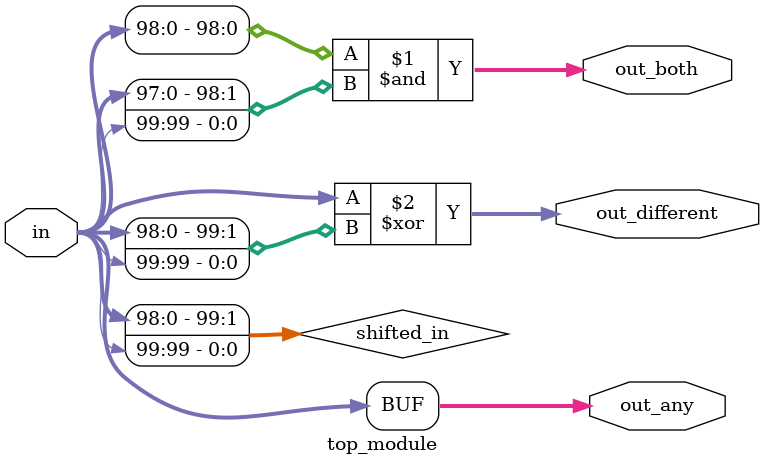
<source format=sv>
module top_module (
    input [99:0] in,
    output [98:0] out_both,
    output [99:0] out_any,
    output [99:0] out_different
);

    wire [99:0] shifted_in;
    assign shifted_in = {in[98:0], in[99]};

    assign out_both = in[98:0] & shifted_in[98:0];
    assign out_any = {in[99:0]};
    assign out_different = in ^ shifted_in;

endmodule

</source>
